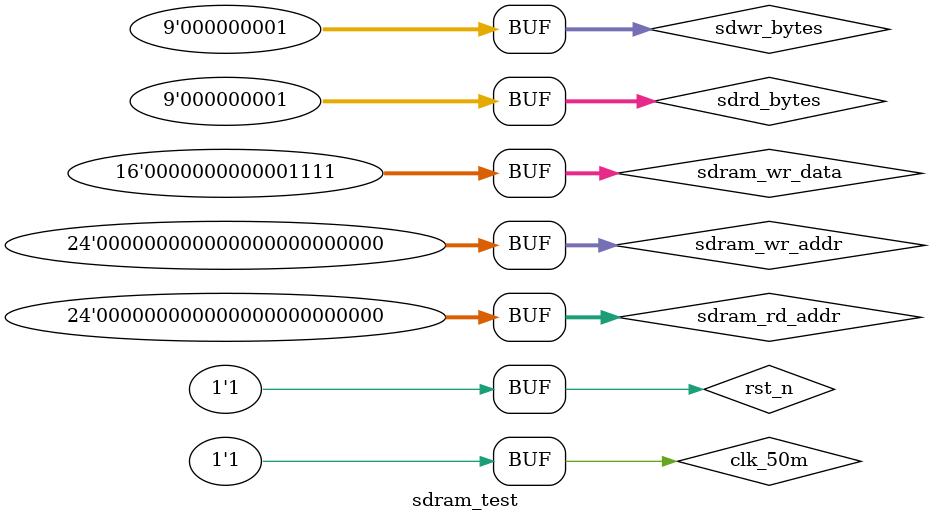
<source format=v>
`timescale 1us / 10ns


module sdram_test;

	// Inputs
	reg clk_50m;
	reg rst_n;
	reg [23:0] sdram_wr_addr;
	reg [15:0] sdram_wr_data;
	reg sdram_wr_req;
	reg [8:0] sdwr_bytes;
	reg [23:0] sdram_rd_addr;
	reg sdram_rd_req;
	reg [8:0] sdrd_bytes;

	// Outputs
	wire sdram_wr_ack;
	wire [15:0] sdram_rd_data;
	wire sdram_rd_ack;
	wire sdram_init_done;
	wire sdram_busy;
	wire sdram_clk;
	wire sdram_cke;
	wire sdram_cs_n;
	wire sdram_ras_n;
	wire sdram_cas_n;
	wire [1:0] sdram_ba;
	wire [12:0] sdram_addr;
	wire sdram_we_n;

	// Bidirs
	wire [15:0] sdram_data;

	// Instantiate the Unit Under Test (UUT)
	sdram_top uut (
		.clk_50m(clk_50m), 
		.rst_n(rst_n), 
		.sdram_wr_addr(sdram_wr_addr), 
		.sdram_wr_data(sdram_wr_data), 
		.sdram_wr_req(sdram_wr_req), 
		.sdwr_bytes(sdwr_bytes), 
		.sdram_wr_ack(sdram_wr_ack), 
		.sdram_rd_addr(sdram_rd_addr), 
		.sdram_rd_data(sdram_rd_data), 
		.sdram_rd_req(sdram_rd_req), 
		.sdrd_bytes(sdrd_bytes), 
		.sdram_rd_ack(sdram_rd_ack), 
		.sdram_init_done(sdram_init_done), 
		.sdram_busy(sdram_busy), 
		.sdram_data(sdram_data), 
		.sdram_clk(sdram_clk), 
		.sdram_cke(sdram_cke), 
		.sdram_cs_n(sdram_cs_n), 
		.sdram_ras_n(sdram_ras_n), 
		.sdram_cas_n(sdram_cas_n), 
		.sdram_ba(sdram_ba), 
		.sdram_addr(sdram_addr), 
		.sdram_we_n(sdram_we_n)
	);
	
	always begin
		clk_50m = 1'b0;
		# 0.01;
		
		clk_50m = 1'b1;
		# 0.01;
	end

	always @(sdram_wr_ack or sdram_rd_ack) begin
		if (sdram_wr_ack) begin
			sdram_wr_req <= 1'b0;
		end

		if (sdram_rd_ack) begin
			sdram_rd_req <= 1'b0;
		end
	end

	initial begin
		// Initialize Inputs
		clk_50m = 0;
		rst_n = 0;
		sdram_wr_addr = 0;
		sdram_wr_data = 0;
		sdram_wr_req = 0;
		sdwr_bytes = 0;
		sdram_rd_addr = 0;
		sdram_rd_req = 0;
		sdrd_bytes = 0;

		// Wait 60 ns for global reset to finish
		# 0.06;
		
		rst_n = 1;
		
		# 300;
        
		sdram_wr_addr = {00, 0000000000010, 000000000};
		sdwr_bytes = 9'b1;
		sdram_wr_req = 1'b1;
		sdram_wr_data = 16'b1111;

		# 0.01;
		// Add stimulus here

		sdram_rd_addr = {00, 0000000000010, 000000000};
		sdrd_bytes = 9'b1;
		sdram_rd_req = 1'b1;
	end
      
endmodule


</source>
